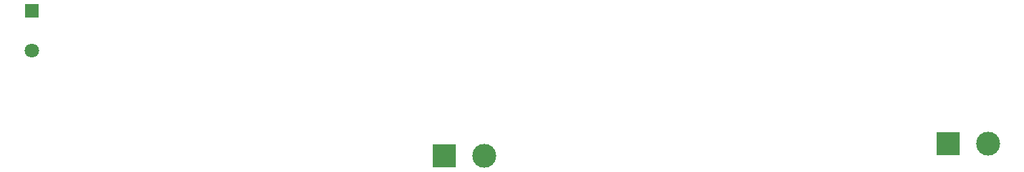
<source format=gbr>
%TF.GenerationSoftware,KiCad,Pcbnew,8.0.7*%
%TF.CreationDate,2025-01-26T19:21:23+01:00*%
%TF.ProjectId,Power device,506f7765-7220-4646-9576-6963652e6b69,rev?*%
%TF.SameCoordinates,Original*%
%TF.FileFunction,Soldermask,Bot*%
%TF.FilePolarity,Negative*%
%FSLAX46Y46*%
G04 Gerber Fmt 4.6, Leading zero omitted, Abs format (unit mm)*
G04 Created by KiCad (PCBNEW 8.0.7) date 2025-01-26 19:21:23*
%MOMM*%
%LPD*%
G01*
G04 APERTURE LIST*
%ADD10R,3.000000X3.000000*%
%ADD11C,3.000000*%
%ADD12R,1.800000X1.800000*%
%ADD13C,1.800000*%
G04 APERTURE END LIST*
D10*
%TO.C,L2*%
X170000000Y-71690000D03*
D11*
X175000000Y-71690000D03*
%TD*%
D12*
%TO.C,J1*%
X55450000Y-55000000D03*
D13*
X55450000Y-60000000D03*
%TD*%
D10*
%TO.C,L1*%
X107000000Y-73190000D03*
D11*
X112000000Y-73190000D03*
%TD*%
M02*

</source>
